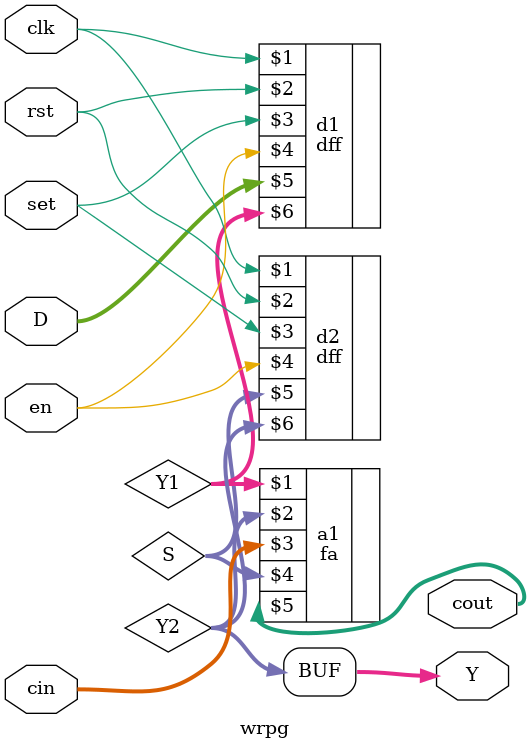
<source format=sv>
module wrpg
(D,cin,cout,set,rst,en,clk,Y);
input logic set,rst,en,clk;
input logic [7:0] D,cin;
output logic [7:0] cout,Y;
//logic [7:0] Y1,Y2,S1,S2,c1,c2;
logic [7:0] Y1,Y2,S;
dff d1(clk,rst,set,en,D,Y1);
fa a1(Y1,Y2,cin,S,cout);
//HA a1(Y1,Y2,S1,c1);
//HA a2(S1,c1,S2,c2);
//or_gate o1(c1,c2,cout);
//dff d2(clk,rst,set,en,S2,Y2);
dff d2(clk,rst,set,en,S,Y2);
assign Y=Y2;
endmodule

</source>
